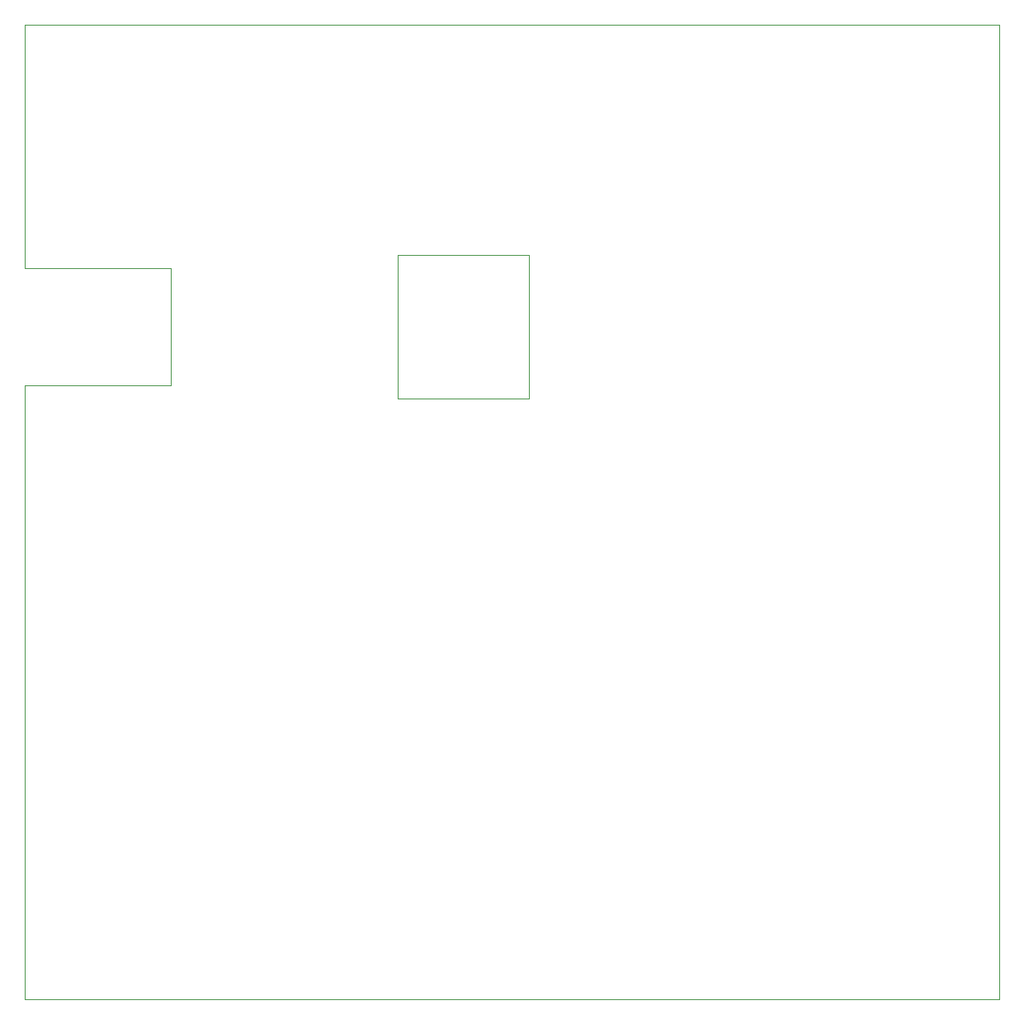
<source format=gbr>
%TF.GenerationSoftware,KiCad,Pcbnew,7.0.2-0*%
%TF.CreationDate,2024-05-31T06:07:32-07:00*%
%TF.ProjectId,version_1,76657273-696f-46e5-9f31-2e6b69636164,rev?*%
%TF.SameCoordinates,Original*%
%TF.FileFunction,Profile,NP*%
%FSLAX46Y46*%
G04 Gerber Fmt 4.6, Leading zero omitted, Abs format (unit mm)*
G04 Created by KiCad (PCBNEW 7.0.2-0) date 2024-05-31 06:07:32*
%MOMM*%
%LPD*%
G01*
G04 APERTURE LIST*
%TA.AperFunction,Profile*%
%ADD10C,0.100000*%
%TD*%
G04 APERTURE END LIST*
D10*
X35000000Y-57000000D02*
X20000000Y-57000000D01*
X35000000Y-45000000D02*
X35000000Y-57000000D01*
X35000000Y-45000000D02*
X20000000Y-45000000D01*
X20000000Y-120000000D02*
X120000000Y-120000000D01*
X20000000Y-57000000D02*
X20000000Y-120000000D01*
X20000000Y-20000000D02*
X20000000Y-45000000D01*
X120000000Y-120000000D02*
X120000000Y-20000000D01*
X58277000Y-43650000D02*
X71755000Y-43650000D01*
X71755000Y-58350000D01*
X58277000Y-58350000D01*
X58277000Y-43650000D01*
X120000000Y-20000000D02*
X20000000Y-20000000D01*
M02*

</source>
